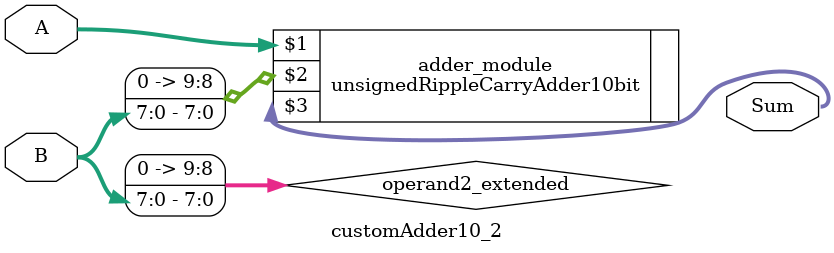
<source format=v>

module customAdder10_2(
                    input [9 : 0] A,
                    input [7 : 0] B,
                    
                    output [10 : 0] Sum
            );

    wire [9 : 0] operand2_extended;
    
    assign operand2_extended =  {2'b0, B};
    
    unsignedRippleCarryAdder10bit adder_module(
        A,
        operand2_extended,
        Sum
    );
    
endmodule
        
</source>
